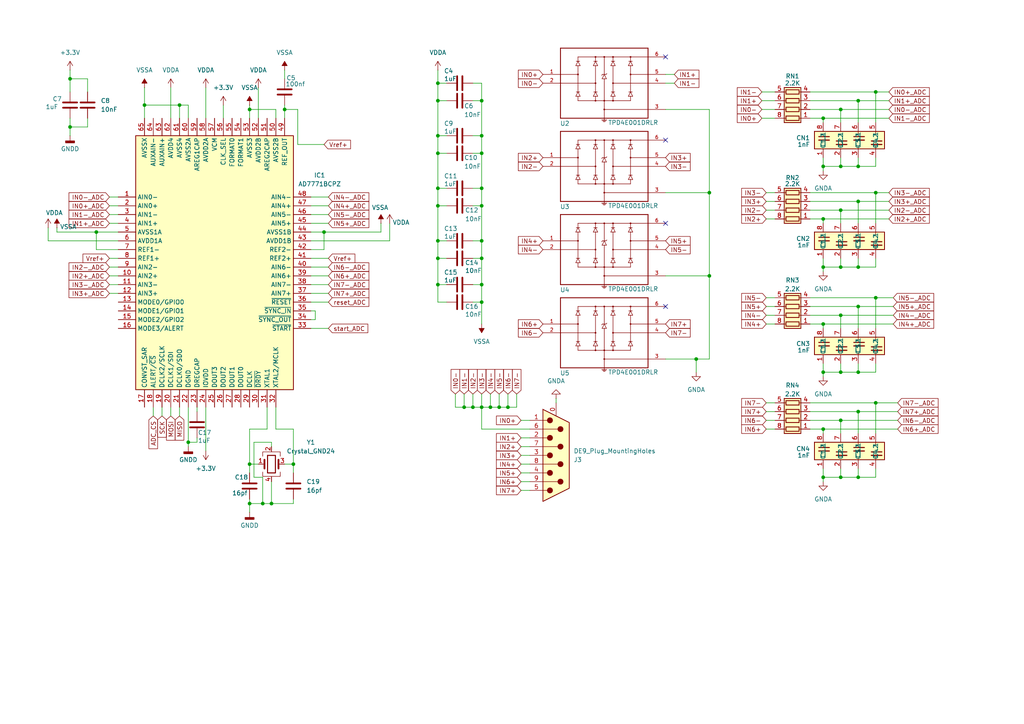
<source format=kicad_sch>
(kicad_sch (version 20250114) (generator "eeschema") (generator_version "9.0")
  (paper "A4")
  (junction (at 243.84 48.26))
  (junction (at 248.92 107.95))
  (junction (at 243.84 138.43))
  (junction (at 127 69.85))
  (junction (at 139.7 29.21))
  (junction (at 72.39 31.75))
  (junction (at 20.32 36.83))
  (junction (at 127 54.61))
  (junction (at 254 116.84))
  (junction (at 142.24 118.11))
  (junction (at 72.39 146.05))
  (junction (at 139.7 118.11))
  (junction (at 238.76 48.26))
  (junction (at 72.39 134.62))
  (junction (at 139.7 74.93))
  (junction (at 134.62 118.11))
  (junction (at 254 55.88))
  (junction (at 139.7 39.37))
  (junction (at 127 74.93))
  (junction (at 82.55 31.75))
  (junction (at 201.93 104.14))
  (junction (at 93.98 67.31))
  (junction (at 127 44.45))
  (junction (at 139.7 82.55))
  (junction (at 137.16 118.11))
  (junction (at 248.92 48.26))
  (junction (at 243.84 121.92))
  (junction (at 20.32 22.86))
  (junction (at 127 24.13))
  (junction (at 127 59.69))
  (junction (at 127 39.37))
  (junction (at 238.76 124.46))
  (junction (at 127 29.21))
  (junction (at 147.32 118.11))
  (junction (at 54.61 128.27))
  (junction (at 139.7 69.85))
  (junction (at 248.92 119.38))
  (junction (at 238.76 34.29))
  (junction (at 248.92 29.21))
  (junction (at 85.09 134.62))
  (junction (at 139.7 59.69))
  (junction (at 243.84 91.44))
  (junction (at 238.76 77.47))
  (junction (at 243.84 77.47))
  (junction (at 238.76 93.98))
  (junction (at 248.92 77.47))
  (junction (at 52.07 30.48))
  (junction (at 127 82.55))
  (junction (at 76.2 146.05))
  (junction (at 243.84 31.75))
  (junction (at 139.7 54.61))
  (junction (at 248.92 138.43))
  (junction (at 243.84 107.95))
  (junction (at 205.74 55.88))
  (junction (at 205.74 80.01))
  (junction (at 238.76 138.43))
  (junction (at 238.76 107.95))
  (junction (at 78.74 146.05))
  (junction (at 27.94 67.31))
  (junction (at 248.92 88.9))
  (junction (at 139.7 44.45))
  (junction (at 254 26.67))
  (junction (at 41.91 30.48))
  (junction (at 243.84 60.96))
  (junction (at 238.76 63.5))
  (junction (at 144.78 118.11))
  (junction (at 139.7 87.63))
  (junction (at 254 86.36))
  (junction (at 248.92 58.42))
  (no_connect (at 193.04 40.64))
  (no_connect (at 193.04 88.9))
  (no_connect (at 193.04 64.77))
  (no_connect (at 193.04 16.51))
  (wire (pts (xy 82.55 31.75) (xy 86.36 31.75)))
  (wire (pts (xy 139.7 69.85) (xy 139.7 74.93)))
  (wire (pts (xy 31.75 64.77) (xy 34.29 64.77)))
  (wire (pts (xy 85.09 124.46) (xy 85.09 134.62)))
  (wire (pts (xy 25.4 34.29) (xy 25.4 36.83)))
  (wire (pts (xy 238.76 74.93) (xy 238.76 77.47)))
  (wire (pts (xy 90.17 90.17) (xy 91.44 90.17)))
  (wire (pts (xy 248.92 119.38) (xy 260.35 119.38)))
  (wire (pts (xy 25.4 22.86) (xy 20.32 22.86)))
  (wire (pts (xy 13.97 69.85) (xy 13.97 66.04)))
  (wire (pts (xy 243.84 74.93) (xy 243.84 77.47)))
  (wire (pts (xy 254 45.72) (xy 254 48.26)))
  (wire (pts (xy 90.17 62.23) (xy 95.25 62.23)))
  (wire (pts (xy 254 26.67) (xy 257.81 26.67)))
  (wire (pts (xy 193.04 104.14) (xy 201.93 104.14)))
  (wire (pts (xy 139.7 39.37) (xy 139.7 44.45)))
  (wire (pts (xy 77.47 118.11) (xy 77.47 124.46)))
  (wire (pts (xy 27.94 72.39) (xy 27.94 67.31)))
  (wire (pts (xy 76.2 146.05) (xy 76.2 138.43)))
  (wire (pts (xy 205.74 31.75) (xy 205.74 55.88)))
  (wire (pts (xy 248.92 48.26) (xy 243.84 48.26)))
  (wire (pts (xy 254 77.47) (xy 248.92 77.47)))
  (wire (pts (xy 248.92 77.47) (xy 243.84 77.47)))
  (wire (pts (xy 46.99 118.11) (xy 46.99 120.65)))
  (wire (pts (xy 222.25 58.42) (xy 224.79 58.42)))
  (wire (pts (xy 220.98 34.29) (xy 224.79 34.29)))
  (wire (pts (xy 20.32 36.83) (xy 25.4 36.83)))
  (wire (pts (xy 151.13 137.16) (xy 153.67 137.16)))
  (wire (pts (xy 254 86.36) (xy 259.08 86.36)))
  (wire (pts (xy 20.32 36.83) (xy 20.32 39.37)))
  (wire (pts (xy 31.75 59.69) (xy 34.29 59.69)))
  (wire (pts (xy 193.04 55.88) (xy 205.74 55.88)))
  (wire (pts (xy 254 138.43) (xy 248.92 138.43)))
  (wire (pts (xy 16.51 67.31) (xy 16.51 66.04)))
  (wire (pts (xy 248.92 138.43) (xy 243.84 138.43)))
  (wire (pts (xy 110.49 67.31) (xy 93.98 67.31)))
  (wire (pts (xy 73.66 128.27) (xy 73.66 138.43)))
  (wire (pts (xy 90.17 92.71) (xy 91.44 92.71)))
  (wire (pts (xy 205.74 104.14) (xy 201.93 104.14)))
  (wire (pts (xy 248.92 135.89) (xy 248.92 138.43)))
  (wire (pts (xy 151.13 134.62) (xy 153.67 134.62)))
  (wire (pts (xy 72.39 30.48) (xy 72.39 31.75)))
  (wire (pts (xy 31.75 62.23) (xy 34.29 62.23)))
  (wire (pts (xy 243.84 138.43) (xy 238.76 138.43)))
  (wire (pts (xy 31.75 85.09) (xy 34.29 85.09)))
  (wire (pts (xy 127 39.37) (xy 127 44.45)))
  (wire (pts (xy 90.17 85.09) (xy 95.25 85.09)))
  (wire (pts (xy 90.17 59.69) (xy 95.25 59.69)))
  (wire (pts (xy 72.39 144.78) (xy 72.39 146.05)))
  (wire (pts (xy 238.76 34.29) (xy 238.76 35.56)))
  (wire (pts (xy 90.17 95.25) (xy 95.25 95.25)))
  (wire (pts (xy 90.17 80.01) (xy 95.25 80.01)))
  (wire (pts (xy 54.61 118.11) (xy 54.61 128.27)))
  (wire (pts (xy 127 74.93) (xy 129.54 74.93)))
  (wire (pts (xy 248.92 88.9) (xy 248.92 95.25)))
  (wire (pts (xy 243.84 31.75) (xy 257.81 31.75)))
  (wire (pts (xy 127 69.85) (xy 129.54 69.85)))
  (wire (pts (xy 90.17 64.77) (xy 95.25 64.77)))
  (wire (pts (xy 82.55 20.32) (xy 82.55 22.86)))
  (wire (pts (xy 49.53 25.4) (xy 49.53 34.29)))
  (wire (pts (xy 248.92 88.9) (xy 259.08 88.9)))
  (wire (pts (xy 127 69.85) (xy 127 74.93)))
  (wire (pts (xy 243.84 107.95) (xy 238.76 107.95)))
  (wire (pts (xy 85.09 134.62) (xy 85.09 137.16)))
  (wire (pts (xy 127 87.63) (xy 129.54 87.63)))
  (wire (pts (xy 238.76 135.89) (xy 238.76 138.43)))
  (wire (pts (xy 222.25 86.36) (xy 224.79 86.36)))
  (wire (pts (xy 139.7 124.46) (xy 139.7 118.11)))
  (wire (pts (xy 52.07 30.48) (xy 41.91 30.48)))
  (wire (pts (xy 234.95 88.9) (xy 248.92 88.9)))
  (wire (pts (xy 193.04 21.59) (xy 195.58 21.59)))
  (wire (pts (xy 139.7 114.3) (xy 139.7 118.11)))
  (wire (pts (xy 31.75 77.47) (xy 34.29 77.47)))
  (wire (pts (xy 44.45 118.11) (xy 44.45 120.65)))
  (wire (pts (xy 93.98 67.31) (xy 90.17 67.31)))
  (wire (pts (xy 137.16 29.21) (xy 139.7 29.21)))
  (wire (pts (xy 151.13 132.08) (xy 153.67 132.08)))
  (wire (pts (xy 73.66 128.27) (xy 78.74 128.27)))
  (wire (pts (xy 90.17 74.93) (xy 95.25 74.93)))
  (wire (pts (xy 132.08 114.3) (xy 132.08 118.11)))
  (wire (pts (xy 34.29 72.39) (xy 27.94 72.39)))
  (wire (pts (xy 82.55 30.48) (xy 82.55 31.75)))
  (wire (pts (xy 254 135.89) (xy 254 138.43)))
  (wire (pts (xy 139.7 74.93) (xy 139.7 82.55)))
  (wire (pts (xy 248.92 107.95) (xy 243.84 107.95)))
  (wire (pts (xy 137.16 69.85) (xy 139.7 69.85)))
  (wire (pts (xy 238.76 93.98) (xy 259.08 93.98)))
  (wire (pts (xy 222.25 55.88) (xy 224.79 55.88)))
  (wire (pts (xy 72.39 146.05) (xy 76.2 146.05)))
  (wire (pts (xy 91.44 92.71) (xy 91.44 90.17)))
  (wire (pts (xy 234.95 60.96) (xy 243.84 60.96)))
  (wire (pts (xy 144.78 118.11) (xy 147.32 118.11)))
  (wire (pts (xy 72.39 146.05) (xy 72.39 148.59)))
  (wire (pts (xy 147.32 114.3) (xy 147.32 118.11)))
  (wire (pts (xy 254 116.84) (xy 254 125.73)))
  (wire (pts (xy 127 29.21) (xy 127 39.37)))
  (wire (pts (xy 113.03 69.85) (xy 113.03 64.77)))
  (wire (pts (xy 222.25 88.9) (xy 224.79 88.9)))
  (wire (pts (xy 90.17 72.39) (xy 93.98 72.39)))
  (wire (pts (xy 248.92 58.42) (xy 257.81 58.42)))
  (wire (pts (xy 222.25 93.98) (xy 224.79 93.98)))
  (wire (pts (xy 222.25 60.96) (xy 224.79 60.96)))
  (wire (pts (xy 222.25 119.38) (xy 224.79 119.38)))
  (wire (pts (xy 139.7 87.63) (xy 137.16 87.63)))
  (wire (pts (xy 243.84 91.44) (xy 243.84 95.25)))
  (wire (pts (xy 139.7 118.11) (xy 142.24 118.11)))
  (wire (pts (xy 234.95 124.46) (xy 238.76 124.46)))
  (wire (pts (xy 59.69 25.4) (xy 59.69 34.29)))
  (wire (pts (xy 222.25 116.84) (xy 224.79 116.84)))
  (wire (pts (xy 243.84 31.75) (xy 243.84 35.56)))
  (wire (pts (xy 248.92 119.38) (xy 248.92 125.73)))
  (wire (pts (xy 78.74 139.7) (xy 78.74 146.05)))
  (wire (pts (xy 77.47 124.46) (xy 72.39 124.46)))
  (wire (pts (xy 234.95 31.75) (xy 243.84 31.75)))
  (wire (pts (xy 127 24.13) (xy 127 29.21)))
  (wire (pts (xy 52.07 118.11) (xy 52.07 120.65)))
  (wire (pts (xy 205.74 55.88) (xy 205.74 80.01)))
  (wire (pts (xy 85.09 144.78) (xy 85.09 146.05)))
  (wire (pts (xy 254 55.88) (xy 254 64.77)))
  (wire (pts (xy 151.13 121.92) (xy 153.67 121.92)))
  (wire (pts (xy 254 107.95) (xy 248.92 107.95)))
  (wire (pts (xy 222.25 124.46) (xy 224.79 124.46)))
  (wire (pts (xy 127 29.21) (xy 129.54 29.21)))
  (wire (pts (xy 238.76 63.5) (xy 238.76 64.77)))
  (wire (pts (xy 238.76 48.26) (xy 238.76 49.53)))
  (wire (pts (xy 243.84 121.92) (xy 260.35 121.92)))
  (wire (pts (xy 137.16 24.13) (xy 139.7 24.13)))
  (wire (pts (xy 78.74 128.27) (xy 78.74 129.54)))
  (wire (pts (xy 139.7 82.55) (xy 139.7 87.63)))
  (wire (pts (xy 254 26.67) (xy 254 35.56)))
  (wire (pts (xy 254 86.36) (xy 254 95.25)))
  (wire (pts (xy 54.61 34.29) (xy 54.61 30.48)))
  (wire (pts (xy 234.95 86.36) (xy 254 86.36)))
  (wire (pts (xy 95.25 87.63) (xy 90.17 87.63)))
  (wire (pts (xy 127 54.61) (xy 129.54 54.61)))
  (wire (pts (xy 31.75 57.15) (xy 34.29 57.15)))
  (wire (pts (xy 222.25 91.44) (xy 224.79 91.44)))
  (wire (pts (xy 254 116.84) (xy 260.35 116.84)))
  (wire (pts (xy 137.16 39.37) (xy 139.7 39.37)))
  (wire (pts (xy 31.75 80.01) (xy 34.29 80.01)))
  (wire (pts (xy 25.4 26.67) (xy 25.4 22.86)))
  (wire (pts (xy 243.84 48.26) (xy 238.76 48.26)))
  (wire (pts (xy 151.13 139.7) (xy 153.67 139.7)))
  (wire (pts (xy 144.78 114.3) (xy 144.78 118.11)))
  (wire (pts (xy 234.95 116.84) (xy 254 116.84)))
  (wire (pts (xy 31.75 82.55) (xy 34.29 82.55)))
  (wire (pts (xy 34.29 67.31) (xy 27.94 67.31)))
  (wire (pts (xy 59.69 118.11) (xy 59.69 130.81)))
  (wire (pts (xy 243.84 121.92) (xy 243.84 125.73)))
  (wire (pts (xy 90.17 77.47) (xy 95.25 77.47)))
  (wire (pts (xy 16.51 67.31) (xy 27.94 67.31)))
  (wire (pts (xy 139.7 74.93) (xy 137.16 74.93)))
  (wire (pts (xy 248.92 58.42) (xy 248.92 64.77)))
  (wire (pts (xy 254 55.88) (xy 257.81 55.88)))
  (wire (pts (xy 254 48.26) (xy 248.92 48.26)))
  (wire (pts (xy 238.76 107.95) (xy 238.76 109.22)))
  (wire (pts (xy 139.7 24.13) (xy 139.7 29.21)))
  (wire (pts (xy 31.75 74.93) (xy 34.29 74.93)))
  (wire (pts (xy 193.04 24.13) (xy 195.58 24.13)))
  (wire (pts (xy 201.93 104.14) (xy 201.93 107.95)))
  (wire (pts (xy 139.7 87.63) (xy 139.7 93.98)))
  (wire (pts (xy 238.76 93.98) (xy 238.76 95.25)))
  (wire (pts (xy 80.01 118.11) (xy 80.01 124.46)))
  (wire (pts (xy 41.91 30.48) (xy 41.91 34.29)))
  (wire (pts (xy 248.92 105.41) (xy 248.92 107.95)))
  (wire (pts (xy 54.61 128.27) (xy 54.61 129.54)))
  (wire (pts (xy 193.04 80.01) (xy 205.74 80.01)))
  (wire (pts (xy 127 39.37) (xy 129.54 39.37)))
  (wire (pts (xy 127 82.55) (xy 129.54 82.55)))
  (wire (pts (xy 134.62 114.3) (xy 134.62 118.11)))
  (wire (pts (xy 54.61 30.48) (xy 52.07 30.48)))
  (wire (pts (xy 52.07 34.29) (xy 52.07 30.48)))
  (wire (pts (xy 234.95 93.98) (xy 238.76 93.98)))
  (wire (pts (xy 243.84 60.96) (xy 257.81 60.96)))
  (wire (pts (xy 49.53 118.11) (xy 49.53 120.65)))
  (wire (pts (xy 254 105.41) (xy 254 107.95)))
  (wire (pts (xy 234.95 91.44) (xy 243.84 91.44)))
  (wire (pts (xy 127 20.32) (xy 127 24.13)))
  (wire (pts (xy 86.36 41.91) (xy 86.36 31.75)))
  (wire (pts (xy 139.7 124.46) (xy 153.67 124.46)))
  (wire (pts (xy 248.92 45.72) (xy 248.92 48.26)))
  (wire (pts (xy 82.55 31.75) (xy 82.55 34.29)))
  (wire (pts (xy 149.86 114.3) (xy 149.86 118.11)))
  (wire (pts (xy 80.01 124.46) (xy 85.09 124.46)))
  (wire (pts (xy 78.74 146.05) (xy 85.09 146.05)))
  (wire (pts (xy 127 54.61) (xy 127 59.69)))
  (wire (pts (xy 161.29 116.84) (xy 161.29 115.57)))
  (wire (pts (xy 137.16 118.11) (xy 139.7 118.11)))
  (wire (pts (xy 238.76 138.43) (xy 238.76 139.7)))
  (wire (pts (xy 238.76 77.47) (xy 238.76 78.74)))
  (wire (pts (xy 234.95 26.67) (xy 254 26.67)))
  (wire (pts (xy 234.95 29.21) (xy 248.92 29.21)))
  (wire (pts (xy 139.7 44.45) (xy 139.7 54.61)))
  (wire (pts (xy 41.91 25.4) (xy 41.91 30.48)))
  (wire (pts (xy 20.32 20.32) (xy 20.32 22.86)))
  (wire (pts (xy 82.55 134.62) (xy 85.09 134.62)))
  (wire (pts (xy 238.76 124.46) (xy 260.35 124.46)))
  (wire (pts (xy 93.98 72.39) (xy 93.98 67.31)))
  (wire (pts (xy 137.16 59.69) (xy 139.7 59.69)))
  (wire (pts (xy 243.84 77.47) (xy 238.76 77.47)))
  (wire (pts (xy 151.13 127) (xy 153.67 127)))
  (wire (pts (xy 80.01 31.75) (xy 72.39 31.75)))
  (wire (pts (xy 20.32 22.86) (xy 20.32 26.67)))
  (wire (pts (xy 147.32 118.11) (xy 149.86 118.11)))
  (wire (pts (xy 127 44.45) (xy 129.54 44.45)))
  (wire (pts (xy 90.17 69.85) (xy 113.03 69.85)))
  (wire (pts (xy 220.98 26.67) (xy 224.79 26.67)))
  (wire (pts (xy 220.98 31.75) (xy 224.79 31.75)))
  (wire (pts (xy 142.24 118.11) (xy 144.78 118.11)))
  (wire (pts (xy 34.29 69.85) (xy 13.97 69.85)))
  (wire (pts (xy 248.92 29.21) (xy 248.92 35.56)))
  (wire (pts (xy 139.7 29.21) (xy 139.7 39.37)))
  (wire (pts (xy 80.01 34.29) (xy 80.01 31.75)))
  (wire (pts (xy 127 44.45) (xy 127 54.61)))
  (wire (pts (xy 137.16 114.3) (xy 137.16 118.11)))
  (wire (pts (xy 72.39 134.62) (xy 74.93 134.62)))
  (wire (pts (xy 193.04 31.75) (xy 205.74 31.75)))
  (wire (pts (xy 238.76 34.29) (xy 257.81 34.29)))
  (wire (pts (xy 76.2 138.43) (xy 73.66 138.43)))
  (wire (pts (xy 132.08 118.11) (xy 134.62 118.11)))
  (wire (pts (xy 243.84 105.41) (xy 243.84 107.95)))
  (wire (pts (xy 127 24.13) (xy 129.54 24.13)))
  (wire (pts (xy 57.15 128.27) (xy 54.61 128.27)))
  (wire (pts (xy 205.74 80.01) (xy 205.74 104.14)))
  (wire (pts (xy 64.77 30.48) (xy 64.77 34.29)))
  (wire (pts (xy 238.76 63.5) (xy 257.81 63.5)))
  (wire (pts (xy 137.16 44.45) (xy 139.7 44.45)))
  (wire (pts (xy 93.98 41.91) (xy 86.36 41.91)))
  (wire (pts (xy 139.7 59.69) (xy 139.7 69.85)))
  (wire (pts (xy 151.13 142.24) (xy 153.67 142.24)))
  (wire (pts (xy 20.32 34.29) (xy 20.32 36.83)))
  (wire (pts (xy 72.39 31.75) (xy 72.39 34.29)))
  (wire (pts (xy 222.25 121.92) (xy 224.79 121.92)))
  (wire (pts (xy 127 74.93) (xy 127 82.55)))
  (wire (pts (xy 72.39 134.62) (xy 72.39 137.16)))
  (wire (pts (xy 134.62 118.11) (xy 137.16 118.11)))
  (wire (pts (xy 234.95 121.92) (xy 243.84 121.92)))
  (wire (pts (xy 243.84 135.89) (xy 243.84 138.43)))
  (wire (pts (xy 137.16 82.55) (xy 139.7 82.55)))
  (wire (pts (xy 137.16 54.61) (xy 139.7 54.61)))
  (wire (pts (xy 234.95 119.38) (xy 248.92 119.38)))
  (wire (pts (xy 74.93 25.4) (xy 74.93 34.29)))
  (wire (pts (xy 57.15 118.11) (xy 57.15 119.38)))
  (wire (pts (xy 243.84 91.44) (xy 259.08 91.44)))
  (wire (pts (xy 238.76 124.46) (xy 238.76 125.73)))
  (wire (pts (xy 72.39 124.46) (xy 72.39 134.62)))
  (wire (pts (xy 142.24 114.3) (xy 142.24 118.11)))
  (wire (pts (xy 248.92 74.93) (xy 248.92 77.47)))
  (wire (pts (xy 254 74.93) (xy 254 77.47)))
  (wire (pts (xy 234.95 63.5) (xy 238.76 63.5)))
  (wire (pts (xy 248.92 29.21) (xy 257.81 29.21)))
  (wire (pts (xy 151.13 129.54) (xy 153.67 129.54)))
  (wire (pts (xy 234.95 55.88) (xy 254 55.88)))
  (wire (pts (xy 234.95 34.29) (xy 238.76 34.29)))
  (wire (pts (xy 238.76 45.72) (xy 238.76 48.26)))
  (wire (pts (xy 110.49 64.77) (xy 110.49 67.31)))
  (wire (pts (xy 222.25 63.5) (xy 224.79 63.5)))
  (wire (pts (xy 127 82.55) (xy 127 87.63)))
  (wire (pts (xy 220.98 29.21) (xy 224.79 29.21)))
  (wire (pts (xy 127 59.69) (xy 127 69.85)))
  (wire (pts (xy 90.17 82.55) (xy 95.25 82.55)))
  (wire (pts (xy 57.15 127) (xy 57.15 128.27)))
  (wire (pts (xy 76.2 146.05) (xy 78.74 146.05)))
  (wire (pts (xy 90.17 57.15) (xy 95.25 57.15)))
  (wire (pts (xy 243.84 45.72) (xy 243.84 48.26)))
  (wire (pts (xy 243.84 60.96) (xy 243.84 64.77)))
  (wire (pts (xy 127 59.69) (xy 129.54 59.69)))
  (wire (pts (xy 139.7 54.61) (xy 139.7 59.69)))
  (wire (pts (xy 238.76 105.41) (xy 238.76 107.95)))
  (wire (pts (xy 234.95 58.42) (xy 248.92 58.42)))
  (global_label "IN6+" (shape input) (at 157.48 93.98 180) (property "Intersheetrefs" "${INTERSHEET_REFS}" (effects (hide yes))))
  (global_label "IN0-" (shape input) (at 220.98 31.75 180) (property "Intersheetrefs" "${INTERSHEET_REFS}" (effects (hide yes))))
  (global_label "IN0-_ADC" (shape input) (at 31.75 57.15 180) (property "Intersheetrefs" "${INTERSHEET_REFS}" (effects (hide yes))))
  (global_label "IN4+" (shape input) (at 157.48 69.85 180) (property "Intersheetrefs" "${INTERSHEET_REFS}" (effects (hide yes))))
  (global_label "IN7-_ADC" (shape input) (at 95.25 82.55 0) (property "Intersheetrefs" "${INTERSHEET_REFS}" (effects (hide yes))))
  (global_label "IN4-" (shape input) (at 142.24 114.3 90) (property "Intersheetrefs" "${INTERSHEET_REFS}" (effects (hide yes))))
  (global_label "IN0+" (shape input) (at 151.13 121.92 180) (property "Intersheetrefs" "${INTERSHEET_REFS}" (effects (hide yes))))
  (global_label "IN2+_ADC" (shape input) (at 31.75 80.01 180) (property "Intersheetrefs" "${INTERSHEET_REFS}" (effects (hide yes))))
  (global_label "IN4-" (shape input) (at 222.25 91.44 180) (property "Intersheetrefs" "${INTERSHEET_REFS}" (effects (hide yes))))
  (global_label "IN4+_ADC" (shape input) (at 259.08 93.98 0) (property "Intersheetrefs" "${INTERSHEET_REFS}" (effects (hide yes))))
  (global_label "IN5-" (shape input) (at 144.78 114.3 90) (property "Intersheetrefs" "${INTERSHEET_REFS}" (effects (hide yes))))
  (global_label "IN7+_ADC" (shape input) (at 95.25 85.09 0) (property "Intersheetrefs" "${INTERSHEET_REFS}" (effects (hide yes))))
  (global_label "IN2-_ADC" (shape input) (at 257.81 60.96 0) (property "Intersheetrefs" "${INTERSHEET_REFS}" (effects (hide yes))))
  (global_label "IN7-_ADC" (shape input) (at 260.35 116.84 0) (property "Intersheetrefs" "${INTERSHEET_REFS}" (effects (hide yes))))
  (global_label "IN2+_ADC" (shape input) (at 257.81 63.5 0) (property "Intersheetrefs" "${INTERSHEET_REFS}" (effects (hide yes))))
  (global_label "IN4-" (shape input) (at 157.48 72.39 180) (property "Intersheetrefs" "${INTERSHEET_REFS}" (effects (hide yes))))
  (global_label "IN0-_ADC" (shape input) (at 257.81 31.75 0) (property "Intersheetrefs" "${INTERSHEET_REFS}" (effects (hide yes))))
  (global_label "IN6-" (shape input) (at 147.32 114.3 90) (property "Intersheetrefs" "${INTERSHEET_REFS}" (effects (hide yes))))
  (global_label "IN4+_ADC" (shape input) (at 95.25 59.69 0) (property "Intersheetrefs" "${INTERSHEET_REFS}" (effects (hide yes))))
  (global_label "SCK" (shape input) (at 46.99 120.65 270) (property "Intersheetrefs" "${INTERSHEET_REFS}" (effects (hide yes))))
  (global_label "IN2+" (shape input) (at 151.13 129.54 180) (property "Intersheetrefs" "${INTERSHEET_REFS}" (effects (hide yes))))
  (global_label "IN6-" (shape input) (at 157.48 96.52 180) (property "Intersheetrefs" "${INTERSHEET_REFS}" (effects (hide yes))))
  (global_label "IN7-" (shape input) (at 222.25 116.84 180) (property "Intersheetrefs" "${INTERSHEET_REFS}" (effects (hide yes))))
  (global_label "IN7-" (shape input) (at 193.04 96.52 0) (property "Intersheetrefs" "${INTERSHEET_REFS}" (effects (hide yes))))
  (global_label "IN2-" (shape input) (at 222.25 60.96 180) (property "Intersheetrefs" "${INTERSHEET_REFS}" (effects (hide yes))))
  (global_label "IN5+_ADC" (shape input) (at 95.25 64.77 0) (property "Intersheetrefs" "${INTERSHEET_REFS}" (effects (hide yes))))
  (global_label "IN6-" (shape input) (at 222.25 121.92 180) (property "Intersheetrefs" "${INTERSHEET_REFS}" (effects (hide yes))))
  (global_label "IN7+_ADC" (shape input) (at 260.35 119.38 0) (property "Intersheetrefs" "${INTERSHEET_REFS}" (effects (hide yes))))
  (global_label "IN1+_ADC" (shape input) (at 257.81 29.21 0) (property "Intersheetrefs" "${INTERSHEET_REFS}" (effects (hide yes))))
  (global_label "IN5+" (shape input) (at 151.13 137.16 180) (property "Intersheetrefs" "${INTERSHEET_REFS}" (effects (hide yes))))
  (global_label "IN1-_ADC" (shape input) (at 31.75 62.23 180) (property "Intersheetrefs" "${INTERSHEET_REFS}" (effects (hide yes))))
  (global_label "ADC_CS" (shape input) (at 44.45 120.65 270) (property "Intersheetrefs" "${INTERSHEET_REFS}" (effects (hide yes))))
  (global_label "IN6+_ADC" (shape input) (at 260.35 124.46 0) (property "Intersheetrefs" "${INTERSHEET_REFS}" (effects (hide yes))))
  (global_label "Vref+" (shape input) (at 31.75 74.93 180) (property "Intersheetrefs" "${INTERSHEET_REFS}" (effects (hide yes))))
  (global_label "IN4+" (shape input) (at 151.13 134.62 180) (property "Intersheetrefs" "${INTERSHEET_REFS}" (effects (hide yes))))
  (global_label "IN1+_ADC" (shape input) (at 31.75 64.77 180) (property "Intersheetrefs" "${INTERSHEET_REFS}" (effects (hide yes))))
  (global_label "IN5-" (shape input) (at 193.04 72.39 0) (property "Intersheetrefs" "${INTERSHEET_REFS}" (effects (hide yes))))
  (global_label "IN3-" (shape input) (at 222.25 55.88 180) (property "Intersheetrefs" "${INTERSHEET_REFS}" (effects (hide yes))))
  (global_label "IN2+" (shape input) (at 157.48 45.72 180) (property "Intersheetrefs" "${INTERSHEET_REFS}" (effects (hide yes))))
  (global_label "IN5-_ADC" (shape input) (at 95.25 62.23 0) (property "Intersheetrefs" "${INTERSHEET_REFS}" (effects (hide yes))))
  (global_label "IN7+" (shape input) (at 222.25 119.38 180) (property "Intersheetrefs" "${INTERSHEET_REFS}" (effects (hide yes))))
  (global_label "IN3-_ADC" (shape input) (at 257.81 55.88 0) (property "Intersheetrefs" "${INTERSHEET_REFS}" (effects (hide yes))))
  (global_label "MOSI" (shape input) (at 49.53 120.65 270) (property "Intersheetrefs" "${INTERSHEET_REFS}" (effects (hide yes))))
  (global_label "start_ADC" (shape input) (at 95.25 95.25 0) (property "Intersheetrefs" "${INTERSHEET_REFS}" (effects (hide yes))))
  (global_label "IN4-_ADC" (shape input) (at 95.25 57.15 0) (property "Intersheetrefs" "${INTERSHEET_REFS}" (effects (hide yes))))
  (global_label "reset_ADC" (shape input) (at 95.25 87.63 0) (property "Intersheetrefs" "${INTERSHEET_REFS}" (effects (hide yes))))
  (global_label "IN6-_ADC" (shape input) (at 260.35 121.92 0) (property "Intersheetrefs" "${INTERSHEET_REFS}" (effects (hide yes))))
  (global_label "IN3+_ADC" (shape input) (at 31.75 85.09 180) (property "Intersheetrefs" "${INTERSHEET_REFS}" (effects (hide yes))))
  (global_label "IN3+" (shape input) (at 193.04 45.72 0) (property "Intersheetrefs" "${INTERSHEET_REFS}" (effects (hide yes))))
  (global_label "IN0-" (shape input) (at 132.08 114.3 90) (property "Intersheetrefs" "${INTERSHEET_REFS}" (effects (hide yes))))
  (global_label "IN2-" (shape input) (at 157.48 48.26 180) (property "Intersheetrefs" "${INTERSHEET_REFS}" (effects (hide yes))))
  (global_label "IN7+" (shape input) (at 151.13 142.24 180) (property "Intersheetrefs" "${INTERSHEET_REFS}" (effects (hide yes))))
  (global_label "IN4-_ADC" (shape input) (at 259.08 91.44 0) (property "Intersheetrefs" "${INTERSHEET_REFS}" (effects (hide yes))))
  (global_label "IN5-" (shape input) (at 222.25 86.36 180) (property "Intersheetrefs" "${INTERSHEET_REFS}" (effects (hide yes))))
  (global_label "IN3-" (shape input) (at 139.7 114.3 90) (property "Intersheetrefs" "${INTERSHEET_REFS}" (effects (hide yes))))
  (global_label "IN5+" (shape input) (at 193.04 69.85 0) (property "Intersheetrefs" "${INTERSHEET_REFS}" (effects (hide yes))))
  (global_label "IN0+_ADC" (shape input) (at 257.81 26.67 0) (property "Intersheetrefs" "${INTERSHEET_REFS}" (effects (hide yes))))
  (global_label "IN1-" (shape input) (at 134.62 114.3 90) (property "Intersheetrefs" "${INTERSHEET_REFS}" (effects (hide yes))))
  (global_label "IN5+" (shape input) (at 222.25 88.9 180) (property "Intersheetrefs" "${INTERSHEET_REFS}" (effects (hide yes))))
  (global_label "IN3+_ADC" (shape input) (at 257.81 58.42 0) (property "Intersheetrefs" "${INTERSHEET_REFS}" (effects (hide yes))))
  (global_label "IN2-_ADC" (shape input) (at 31.75 77.47 180) (property "Intersheetrefs" "${INTERSHEET_REFS}" (effects (hide yes))))
  (global_label "IN0+" (shape input) (at 157.48 21.59 180) (property "Intersheetrefs" "${INTERSHEET_REFS}" (effects (hide yes))))
  (global_label "IN3-_ADC" (shape input) (at 31.75 82.55 180) (property "Intersheetrefs" "${INTERSHEET_REFS}" (effects (hide yes))))
  (global_label "Vref+" (shape input) (at 93.98 41.91 0) (property "Intersheetrefs" "${INTERSHEET_REFS}" (effects (hide yes))))
  (global_label "IN6-_ADC" (shape input) (at 95.25 77.47 0) (property "Intersheetrefs" "${INTERSHEET_REFS}" (effects (hide yes))))
  (global_label "IN7-" (shape input) (at 149.86 114.3 90) (property "Intersheetrefs" "${INTERSHEET_REFS}" (effects (hide yes))))
  (global_label "Vref+" (shape input) (at 95.25 74.93 0) (property "Intersheetrefs" "${INTERSHEET_REFS}" (effects (hide yes))))
  (global_label "IN1+" (shape input) (at 220.98 29.21 180) (property "Intersheetrefs" "${INTERSHEET_REFS}" (effects (hide yes))))
  (global_label "IN6+_ADC" (shape input) (at 95.25 80.01 0) (property "Intersheetrefs" "${INTERSHEET_REFS}" (effects (hide yes))))
  (global_label "MISO" (shape input) (at 52.07 120.65 270) (property "Intersheetrefs" "${INTERSHEET_REFS}" (effects (hide yes))))
  (global_label "IN5-_ADC" (shape input) (at 259.08 86.36 0) (property "Intersheetrefs" "${INTERSHEET_REFS}" (effects (hide yes))))
  (global_label "IN3+" (shape input) (at 222.25 58.42 180) (property "Intersheetrefs" "${INTERSHEET_REFS}" (effects (hide yes))))
  (global_label "IN0-" (shape input) (at 157.48 24.13 180) (property "Intersheetrefs" "${INTERSHEET_REFS}" (effects (hide yes))))
  (global_label "IN4+" (shape input) (at 222.25 93.98 180) (property "Intersheetrefs" "${INTERSHEET_REFS}" (effects (hide yes))))
  (global_label "IN2-" (shape input) (at 137.16 114.3 90) (property "Intersheetrefs" "${INTERSHEET_REFS}" (effects (hide yes))))
  (global_label "IN1-" (shape input) (at 220.98 26.67 180) (property "Intersheetrefs" "${INTERSHEET_REFS}" (effects (hide yes))))
  (global_label "IN6+" (shape input) (at 222.25 124.46 180) (property "Intersheetrefs" "${INTERSHEET_REFS}" (effects (hide yes))))
  (global_label "IN0+" (shape input) (at 220.98 34.29 180) (property "Intersheetrefs" "${INTERSHEET_REFS}" (effects (hide yes))))
  (global_label "IN1+" (shape input) (at 195.58 21.59 0) (property "Intersheetrefs" "${INTERSHEET_REFS}" (effects (hide yes))))
  (global_label "IN2+" (shape input) (at 222.25 63.5 180) (property "Intersheetrefs" "${INTERSHEET_REFS}" (effects (hide yes))))
  (global_label "IN3-" (shape input) (at 193.04 48.26 0) (property "Intersheetrefs" "${INTERSHEET_REFS}" (effects (hide yes))))
  (global_label "IN5+_ADC" (shape input) (at 259.08 88.9 0) (property "Intersheetrefs" "${INTERSHEET_REFS}" (effects (hide yes))))
  (global_label "IN6+" (shape input) (at 151.13 139.7 180) (property "Intersheetrefs" "${INTERSHEET_REFS}" (effects (hide yes))))
  (global_label "IN3+" (shape input) (at 151.13 132.08 180) (property "Intersheetrefs" "${INTERSHEET_REFS}" (effects (hide yes))))
  (global_label "IN0+_ADC" (shape input) (at 31.75 59.69 180) (property "Intersheetrefs" "${INTERSHEET_REFS}" (effects (hide yes))))
  (global_label "IN1-_ADC" (shape input) (at 257.81 34.29 0) (property "Intersheetrefs" "${INTERSHEET_REFS}" (effects (hide yes))))
  (global_label "IN1-" (shape input) (at 195.58 24.13 0) (property "Intersheetrefs" "${INTERSHEET_REFS}" (effects (hide yes))))
  (global_label "IN7+" (shape input) (at 193.04 93.98 0) (property "Intersheetrefs" "${INTERSHEET_REFS}" (effects (hide yes))))
  (global_label "IN1+" (shape input) (at 151.13 127 180) (property "Intersheetrefs" "${INTERSHEET_REFS}" (effects (hide yes))))
  (symbol (lib_id "Device:C") (at 82.55 26.67 0) (unit 1)
    (property "Reference" "C5" (at 83.058 22.606 0) (effects (justify left)))
    (property "Value" "100nf" (at 82.804 24.384 0) (effects (justify left)))
    (property "Footprint" "Capacitor_SMD:C_0402_1005Metric_Pad0.74x0.62mm_HandSolder" (effects (hide yes)))
    (property "Description" "Unpolarized capacitor" (effects (hide yes)))
  )
  (symbol (lib_id "Device:R_Pack04") (at 229.87 58.42 90) (unit 1)
    (property "Reference" "RN2" (at 229.87 51.562 90))
    (property "Value" "2.2K" (at 229.87 53.34 90))
    (property "Footprint" "Resistor_SMD:R_Array_Concave_4x0603" (effects (hide yes)))
    (property "Description" "4 resistor network, parallel topology" (effects (hide yes)))
  )
  (symbol (lib_id "power:VDDA") (at 49.53 25.4 0) (mirror y) (unit 1)
    (property "Reference" "#PWR010" (effects (hide yes)))
    (property "Value" "VDDA" (at 49.53 20.32 0))
    (property "Description" "Power symbol creates a global label with name \"VDDA\"" (effects (hide yes)))
  )
  (symbol (lib_id "Device:R_Pack04") (at 229.87 119.38 90) (unit 1)
    (property "Reference" "RN4" (at 229.87 111.76 90))
    (property "Value" "2.2K" (at 229.87 114.3 90))
    (property "Footprint" "Resistor_SMD:R_Array_Concave_4x0603" (effects (hide yes)))
    (property "Description" "4 resistor network, parallel topology" (effects (hide yes)))
  )
  (symbol (lib_id "TPD4E001DRLR:TPD4E001DRLR") (at 175.26 72.39 0) (unit 1)
    (property "Reference" "U4" (at 163.83 84.074 0))
    (property "Value" "TPD4E001DRLR" (at 183.642 83.82 0))
    (property "Footprint" "Package_TO_SOT_SMD:Texas_R-PDSO-N6_DRL-6" (effects (hide yes)))
    (property "MF" "Texas Instruments" (effects (hide yes)))
    (property "MOUSER-PURCHASE-URL" "https://snapeda.com/shop?store=Mouser&id=184771" (effects (hide yes)))
    (property "DESCRIPTION" "Low-capacitance 4-channel +/-15-k-V ESD protection array for high-speed data interfaces 6-SOT-5X3 -40 to 85" (effects (hide yes)))
    (property "PACKAGE" "SOT-5X3-6 Texas Instruments" (effects (hide yes)))
    (property "PRICE" "None" (effects (hide yes)))
    (property "MP" "TPD4E001DRLR" (effects (hide yes)))
    (property "TEXAS_INSTRUMENTS-PURCHASE-URL" "https://snapeda.com/shop?store=Texas+Instruments&id=184771" (effects (hide yes)))
    (property "ARROW_ELECTRONICS-PURCHASE-URL" "https://snapeda.com/shop?store=Arrow+Electronics&id=184771" (effects (hide yes)))
    (property "AVAILABILITY" "Good" (effects (hide yes)))
    (property "DIGIKEY-PURCHASE-URL" "https://snapeda.com/shop?store=DigiKey&id=184771" (effects (hide yes)))
  )
  (symbol (lib_id "AD7771:AD7771BCPZ") (at 34.29 57.15 0) (unit 1)
    (property "Reference" "IC1" (at 92.71 50.8314 0))
    (property "Value" "AD7771BCPZ" (at 92.71 53.3714 0))
    (property "Footprint" "Package_DFN_QFN:QFN-64-1EP_9x9mm_P0.5mm_EP7.35x7.35mm" (effects (hide yes)))
    (property "Datasheet" "https://www.analog.com/AD7771/datasheet" (effects (hide yes)))
    (property "Description" "8-Channel, 24-Bit, 128 kSPS Simultaneous Sampling ADC" (effects (hide yes)))
    (property "Height" "0.8" (effects (hide yes)))
    (property "Manufacturer_Name" "Analog Devices" (effects (hide yes)))
    (property "Manufacturer_Part_Number" "AD7771BCPZ" (effects (hide yes)))
    (property "Mouser Part Number" "584-AD7771BCPZ" (effects (hide yes)))
    (property "Mouser Price/Stock" "https://www.mouser.co.uk/ProductDetail/Analog-Devices/AD7771BCPZ?qs=YCa%2FAAYMW01CHjjQWyVUVw%3D%3D" (effects (hide yes)))
    (property "Arrow Part Number" "AD7771BCPZ" (effects (hide yes)))
    (property "Arrow Price/Stock" "https://www.arrow.com/en/products/ad7771bcpz/analog-devices?region=nac" (effects (hide yes)))
  )
  (symbol (lib_id "Device:C_Network_4") (at 243.84 100.33 0) (unit 1)
    (property "Reference" "CN3" (at 234.95 99.6949 0) (effects (justify right)))
    (property "Value" "1nF" (at 234.95 101.6 0) (effects (justify right)))
    (property "Footprint" "Resistor_SMD:R_Array_Concave_4x0603" (effects (hide yes)))
  )
  (symbol (lib_id "Device:C") (at 20.32 30.48 0) (unit 1)
    (property "Reference" "C7" (at 15.24 28.702 0) (effects (justify left)))
    (property "Value" "1uF" (at 13.208 30.988 0) (effects (justify left)))
    (property "Footprint" "Capacitor_SMD:C_1210_3225Metric_Pad1.33x2.70mm_HandSolder" (effects (hide yes)))
    (property "Description" "Unpolarized capacitor" (effects (hide yes)))
  )
  (symbol (lib_id "power:VDDA") (at 113.03 64.77 0) (mirror y) (unit 1)
    (property "Reference" "#PWR019" (effects (hide yes)))
    (property "Value" "VDDA" (at 116.332 64.516 0))
    (property "Description" "Power symbol creates a global label with name \"VDDA\"" (effects (hide yes)))
  )
  (symbol (lib_id "TPD4E001DRLR:TPD4E001DRLR") (at 175.26 96.52 0) (unit 1)
    (property "Reference" "U5" (at 163.83 108.204 0))
    (property "Value" "TPD4E001DRLR" (at 183.642 107.95 0))
    (property "Footprint" "Package_TO_SOT_SMD:Texas_R-PDSO-N6_DRL-6" (effects (hide yes)))
    (property "MF" "Texas Instruments" (effects (hide yes)))
    (property "MOUSER-PURCHASE-URL" "https://snapeda.com/shop?store=Mouser&id=184771" (effects (hide yes)))
    (property "DESCRIPTION" "Low-capacitance 4-channel +/-15-k-V ESD protection array for high-speed data interfaces 6-SOT-5X3 -40 to 85" (effects (hide yes)))
    (property "PACKAGE" "SOT-5X3-6 Texas Instruments" (effects (hide yes)))
    (property "PRICE" "None" (effects (hide yes)))
    (property "MP" "TPD4E001DRLR" (effects (hide yes)))
    (property "TEXAS_INSTRUMENTS-PURCHASE-URL" "https://snapeda.com/shop?store=Texas+Instruments&id=184771" (effects (hide yes)))
    (property "ARROW_ELECTRONICS-PURCHASE-URL" "https://snapeda.com/shop?store=Arrow+Electronics&id=184771" (effects (hide yes)))
    (property "AVAILABILITY" "Good" (effects (hide yes)))
    (property "DIGIKEY-PURCHASE-URL" "https://snapeda.com/shop?store=DigiKey&id=184771" (effects (hide yes)))
  )
  (symbol (lib_id "Connector:DE9_Plug_MountingHoles") (at 161.29 132.08 0) (mirror x) (unit 1)
    (property "Reference" "J3" (at 166.37 133.3501 0) (effects (justify left)))
    (property "Value" "DE9_Plug_MountingHoles" (at 166.37 130.8101 0) (effects (justify left)))
    (property "Footprint" "Connector_Dsub:DSUB-9_Female_Horizontal_P2.77x2.84mm_EdgePinOffset4.94mm_Housed_MountingHolesOffset7.48mm" (effects (hide yes)))
    (property "Datasheet" " ~" (effects (hide yes)))
    (property "Description" "9-pin male plug pin D-SUB connector, Mounting Hole" (effects (hide yes)))
  )
  (symbol (lib_id "power:VSSA") (at 139.7 93.98 180) (unit 1)
    (property "Reference" "#PWR023" (effects (hide yes)))
    (property "Value" "VSSA" (at 139.7 99.06 0))
    (property "Description" "Power symbol creates a global label with name \"VSSA\"" (effects (hide yes)))
  )
  (symbol (lib_id "Device:C") (at 85.09 140.97 0) (unit 1)
    (property "Reference" "C19" (at 88.9 139.6999 0) (effects (justify left)))
    (property "Value" "16pf" (at 88.9 142.2399 0) (effects (justify left)))
    (property "Footprint" "Capacitor_SMD:C_0402_1005Metric_Pad0.74x0.62mm_HandSolder" (effects (hide yes)))
    (property "Description" "Unpolarized capacitor" (effects (hide yes)))
  )
  (symbol (lib_id "power:+3.3V") (at 64.77 30.48 0) (unit 1)
    (property "Reference" "#PWR013" (effects (hide yes)))
    (property "Value" "+3.3V" (at 64.77 25.4 0))
    (property "Description" "Power symbol creates a global label with name \"+3.3V\"" (effects (hide yes)))
  )
  (symbol (lib_id "Device:C_Network_4") (at 243.84 130.81 0) (unit 1)
    (property "Reference" "CN4" (at 234.95 130.1749 0) (effects (justify right)))
    (property "Value" "1nF" (at 234.95 132.08 0) (effects (justify right)))
    (property "Footprint" "Resistor_SMD:R_Array_Concave_4x0603" (effects (hide yes)))
  )
  (symbol (lib_id "Device:C") (at 133.35 69.85 270) (unit 1)
    (property "Reference" "C13" (at 128.778 66.294 90) (effects (justify left)))
    (property "Value" "1uF" (at 128.778 68.58 90) (effects (justify left)))
    (property "Footprint" "Capacitor_SMD:C_0603_1608Metric_Pad1.08x0.95mm_HandSolder" (effects (hide yes)))
    (property "Description" "Unpolarized capacitor" (effects (hide yes)))
  )
  (symbol (lib_id "Device:C") (at 133.35 39.37 270) (unit 1)
    (property "Reference" "C9" (at 128.778 35.814 90) (effects (justify left)))
    (property "Value" "1uF" (at 128.778 38.1 90) (effects (justify left)))
    (property "Footprint" "Capacitor_SMD:C_0603_1608Metric_Pad1.08x0.95mm_HandSolder" (effects (hide yes)))
    (property "Description" "Unpolarized capacitor" (effects (hide yes)))
  )
  (symbol (lib_id "Device:R_Pack04") (at 229.87 88.9 90) (unit 1)
    (property "Reference" "RN3" (at 229.87 81.28 90))
    (property "Value" "2.2K" (at 229.87 83.82 90))
    (property "Footprint" "Resistor_SMD:R_Array_Concave_4x0603" (effects (hide yes)))
    (property "Description" "4 resistor network, parallel topology" (effects (hide yes)))
  )
  (symbol (lib_id "power:VSSA") (at 82.55 20.32 0) (mirror y) (unit 1)
    (property "Reference" "#PWR07" (effects (hide yes)))
    (property "Value" "VSSA" (at 82.55 15.24 0))
    (property "Description" "Power symbol creates a global label with name \"VSSA\"" (effects (hide yes)))
  )
  (symbol (lib_id "power:+3.3V") (at 59.69 130.81 180) (unit 1)
    (property "Reference" "#PWR027" (effects (hide yes)))
    (property "Value" "+3.3V" (at 59.69 135.89 0))
    (property "Description" "Power symbol creates a global label with name \"+3.3V\"" (effects (hide yes)))
  )
  (symbol (lib_id "power:GNDA") (at 238.76 78.74 0) (unit 1)
    (property "Reference" "#PWR022" (effects (hide yes)))
    (property "Value" "GNDA" (at 238.76 83.82 0))
    (property "Description" "Power symbol creates a global label with name \"GNDA\" , analog ground" (effects (hide yes)))
  )
  (symbol (lib_id "power:VSSA") (at 110.49 64.77 0) (mirror y) (unit 1)
    (property "Reference" "#PWR018" (effects (hide yes)))
    (property "Value" "VSSA" (at 110.236 60.198 0))
    (property "Description" "Power symbol creates a global label with name \"VSSA\"" (effects (hide yes)))
  )
  (symbol (lib_id "Device:C_Network_4") (at 243.84 40.64 0) (unit 1)
    (property "Reference" "CN1" (at 234.95 40.0049 0) (effects (justify right)))
    (property "Value" "1nF" (at 234.95 41.91 0) (effects (justify right)))
    (property "Footprint" "Resistor_SMD:R_Array_Convex_4x0603" (effects (hide yes)))
  )
  (symbol (lib_id "power:GNDD") (at 20.32 39.37 0) (unit 1)
    (property "Reference" "#PWR016" (effects (hide yes)))
    (property "Value" "GNDD" (at 20.32 43.18 0))
    (property "Description" "Power symbol creates a global label with name \"GNDD\" , digital ground" (effects (hide yes)))
  )
  (symbol (lib_id "Device:C") (at 133.35 54.61 270) (unit 1)
    (property "Reference" "C11" (at 128.778 51.054 90) (effects (justify left)))
    (property "Value" "1uF" (at 128.778 53.34 90) (effects (justify left)))
    (property "Footprint" "Capacitor_SMD:C_0603_1608Metric_Pad1.08x0.95mm_HandSolder" (effects (hide yes)))
    (property "Description" "Unpolarized capacitor" (effects (hide yes)))
  )
  (symbol (lib_id "Device:R_Pack04") (at 229.87 29.21 90) (unit 1)
    (property "Reference" "RN1" (at 229.87 22.098 90))
    (property "Value" "2.2K" (at 229.87 24.13 90))
    (property "Footprint" "Resistor_SMD:R_Array_Concave_4x0603" (effects (hide yes)))
    (property "Description" "4 resistor network, parallel topology" (effects (hide yes)))
  )
  (symbol (lib_id "power:VSSA") (at 41.91 25.4 0) (mirror y) (unit 1)
    (property "Reference" "#PWR09" (effects (hide yes)))
    (property "Value" "VSSA" (at 41.91 20.32 0))
    (property "Description" "Power symbol creates a global label with name \"VSSA\"" (effects (hide yes)))
  )
  (symbol (lib_id "power:VDDA") (at 59.69 25.4 0) (mirror y) (unit 1)
    (property "Reference" "#PWR011" (effects (hide yes)))
    (property "Value" "VDDA" (at 59.69 20.32 0))
    (property "Description" "Power symbol creates a global label with name \"VDDA\"" (effects (hide yes)))
  )
  (symbol (lib_id "power:GNDA") (at 161.29 115.57 0) (mirror x) (unit 1)
    (property "Reference" "#PWR053" (effects (hide yes)))
    (property "Value" "GNDA" (at 161.29 110.49 0))
    (property "Description" "Power symbol creates a global label with name \"GNDA\" , analog ground" (effects (hide yes)))
  )
  (symbol (lib_id "TPD4E001DRLR:TPD4E001DRLR") (at 175.26 48.26 0) (unit 1)
    (property "Reference" "U3" (at 163.83 59.944 0))
    (property "Value" "TPD4E001DRLR" (at 183.642 59.69 0))
    (property "Footprint" "Package_TO_SOT_SMD:Texas_R-PDSO-N6_DRL-6" (effects (hide yes)))
    (property "MF" "Texas Instruments" (effects (hide yes)))
    (property "MOUSER-PURCHASE-URL" "https://snapeda.com/shop?store=Mouser&id=184771" (effects (hide yes)))
    (property "DESCRIPTION" "Low-capacitance 4-channel +/-15-k-V ESD protection array for high-speed data interfaces 6-SOT-5X3 -40 to 85" (effects (hide yes)))
    (property "PACKAGE" "SOT-5X3-6 Texas Instruments" (effects (hide yes)))
    (property "PRICE" "None" (effects (hide yes)))
    (property "MP" "TPD4E001DRLR" (effects (hide yes)))
    (property "TEXAS_INSTRUMENTS-PURCHASE-URL" "https://snapeda.com/shop?store=Texas+Instruments&id=184771" (effects (hide yes)))
    (property "ARROW_ELECTRONICS-PURCHASE-URL" "https://snapeda.com/shop?store=Arrow+Electronics&id=184771" (effects (hide yes)))
    (property "AVAILABILITY" "Good" (effects (hide yes)))
    (property "DIGIKEY-PURCHASE-URL" "https://snapeda.com/shop?store=DigiKey&id=184771" (effects (hide yes)))
  )
  (symbol (lib_id "Device:C") (at 57.15 123.19 0) (unit 1)
    (property "Reference" "C17" (at 57.404 125.476 0) (effects (justify left)))
    (property "Value" "1uF" (at 57.404 127.762 0) (effects (justify left)))
    (property "Footprint" "Capacitor_SMD:C_0603_1608Metric_Pad1.08x0.95mm_HandSolder" (effects (hide yes)))
    (property "Description" "Unpolarized capacitor" (effects (hide yes)))
  )
  (symbol (lib_id "power:GNDD") (at 54.61 129.54 0) (unit 1)
    (property "Reference" "#PWR026" (effects (hide yes)))
    (property "Value" "GNDD" (at 54.61 133.35 0))
    (property "Description" "Power symbol creates a global label with name \"GNDD\" , digital ground" (effects (hide yes)))
  )
  (symbol (lib_id "Device:C") (at 133.35 74.93 270) (unit 1)
    (property "Reference" "C14" (at 134.874 76.2 90) (effects (justify left)))
    (property "Value" "10nF" (at 134.874 78.486 90) (effects (justify left)))
    (property "Footprint" "Capacitor_SMD:C_0603_1608Metric_Pad1.08x0.95mm_HandSolder" (effects (hide yes)))
    (property "Description" "Unpolarized capacitor" (effects (hide yes)))
  )
  (symbol (lib_id "power:VDDA") (at 74.93 25.4 0) (mirror y) (unit 1)
    (property "Reference" "#PWR012" (effects (hide yes)))
    (property "Value" "VDDA" (at 74.93 20.32 0))
    (property "Description" "Power symbol creates a global label with name \"VDDA\"" (effects (hide yes)))
  )
  (symbol (lib_id "TPD4E001DRLR:TPD4E001DRLR") (at 175.26 24.13 0) (unit 1)
    (property "Reference" "U2" (at 163.83 35.814 0))
    (property "Value" "TPD4E001DRLR" (at 183.642 35.56 0))
    (property "Footprint" "Package_TO_SOT_SMD:Texas_R-PDSO-N6_DRL-6" (effects (hide yes)))
    (property "MF" "Texas Instruments" (effects (hide yes)))
    (property "MOUSER-PURCHASE-URL" "https://snapeda.com/shop?store=Mouser&id=184771" (effects (hide yes)))
    (property "DESCRIPTION" "Low-capacitance 4-channel +/-15-k-V ESD protection array for high-speed data interfaces 6-SOT-5X3 -40 to 85" (effects (hide yes)))
    (property "PACKAGE" "SOT-5X3-6 Texas Instruments" (effects (hide yes)))
    (property "PRICE" "None" (effects (hide yes)))
    (property "MP" "TPD4E001DRLR" (effects (hide yes)))
    (property "TEXAS_INSTRUMENTS-PURCHASE-URL" "https://snapeda.com/shop?store=Texas+Instruments&id=184771" (effects (hide yes)))
    (property "ARROW_ELECTRONICS-PURCHASE-URL" "https://snapeda.com/shop?store=Arrow+Electronics&id=184771" (effects (hide yes)))
    (property "AVAILABILITY" "Good" (effects (hide yes)))
    (property "DIGIKEY-PURCHASE-URL" "https://snapeda.com/shop?store=DigiKey&id=184771" (effects (hide yes)))
  )
  (symbol (lib_id "power:GNDA") (at 238.76 49.53 0) (unit 1)
    (property "Reference" "#PWR017" (effects (hide yes)))
    (property "Value" "GNDA" (at 238.76 54.61 0))
    (property "Description" "Power symbol creates a global label with name \"GNDA\" , analog ground" (effects (hide yes)))
  )
  (symbol (lib_id "Device:Crystal_GND24") (at 78.74 134.62 0) (unit 1)
    (property "Reference" "Y1" (at 90.17 128.3014 0))
    (property "Value" "Crystal_GND24" (at 90.17 130.8414 0))
    (property "Footprint" "Crystal:Crystal_SMD_SeikoEpson_FA238V-4Pin_3.2x2.5mm" (effects (hide yes)))
    (property "Description" "Four pin crystal, GND on pins 2 and 4" (effects (hide yes)))
  )
  (symbol (lib_id "power:VDDA") (at 13.97 66.04 0) (unit 1)
    (property "Reference" "#PWR020" (effects (hide yes)))
    (property "Value" "VDDA" (at 15.748 61.722 0))
    (property "Description" "Power symbol creates a global label with name \"VDDA\"" (effects (hide yes)))
  )
  (symbol (lib_id "power:VDDA") (at 127 20.32 0) (unit 1)
    (property "Reference" "#PWR08" (effects (hide yes)))
    (property "Value" "VDDA" (at 127 15.24 0))
    (property "Description" "Power symbol creates a global label with name \"VDDA\"" (effects (hide yes)))
  )
  (symbol (lib_id "Device:C") (at 133.35 29.21 270) (unit 1)
    (property "Reference" "C6" (at 134.62 30.734 90) (effects (justify left)))
    (property "Value" "10nF" (at 134.62 33.274 90) (effects (justify left)))
    (property "Footprint" "Capacitor_SMD:C_0603_1608Metric_Pad1.08x0.95mm_HandSolder" (effects (hide yes)))
    (property "Description" "Unpolarized capacitor" (effects (hide yes)))
  )
  (symbol (lib_id "Device:C") (at 25.4 30.48 0) (unit 1)
    (property "Reference" "C8" (at 29.21 29.2099 0) (effects (justify left)))
    (property "Value" "10nF" (at 29.21 31.7499 0) (effects (justify left)))
    (property "Footprint" "Capacitor_SMD:C_0603_1608Metric_Pad1.08x0.95mm_HandSolder" (effects (hide yes)))
    (property "Description" "Unpolarized capacitor" (effects (hide yes)))
  )
  (symbol (lib_id "power:GNDA") (at 201.93 107.95 0) (unit 1)
    (property "Reference" "#PWR024" (effects (hide yes)))
    (property "Value" "GNDA" (at 201.93 113.03 0))
    (property "Description" "Power symbol creates a global label with name \"GNDA\" , analog ground" (effects (hide yes)))
  )
  (symbol (lib_id "Device:C") (at 133.35 59.69 270) (unit 1)
    (property "Reference" "C12" (at 134.874 60.96 90) (effects (justify left)))
    (property "Value" "10nF" (at 134.874 63.5 90) (effects (justify left)))
    (property "Footprint" "Capacitor_SMD:C_0603_1608Metric_Pad1.08x0.95mm_HandSolder" (effects (hide yes)))
    (property "Description" "Unpolarized capacitor" (effects (hide yes)))
  )
  (symbol (lib_id "Device:C") (at 133.35 82.55 270) (unit 1)
    (property "Reference" "C15" (at 128.778 78.994 90) (effects (justify left)))
    (property "Value" "1uF" (at 128.778 81.28 90) (effects (justify left)))
    (property "Footprint" "Capacitor_SMD:C_0603_1608Metric_Pad1.08x0.95mm_HandSolder" (effects (hide yes)))
    (property "Description" "Unpolarized capacitor" (effects (hide yes)))
  )
  (symbol (lib_id "power:GNDA") (at 238.76 109.22 0) (unit 1)
    (property "Reference" "#PWR025" (effects (hide yes)))
    (property "Value" "GNDA" (at 238.76 114.3 0))
    (property "Description" "Power symbol creates a global label with name \"GNDA\" , analog ground" (effects (hide yes)))
  )
  (symbol (lib_id "Device:C") (at 133.35 24.13 270) (unit 1)
    (property "Reference" "C4" (at 128.778 20.574 90) (effects (justify left)))
    (property "Value" "1uF" (at 128.778 22.86 90) (effects (justify left)))
    (property "Footprint" "Capacitor_SMD:C_0603_1608Metric_Pad1.08x0.95mm_HandSolder" (effects (hide yes)))
    (property "Description" "Unpolarized capacitor" (effects (hide yes)))
  )
  (symbol (lib_id "power:GNDD") (at 72.39 148.59 0) (unit 1)
    (property "Reference" "#PWR029" (effects (hide yes)))
    (property "Value" "GNDD" (at 72.39 152.4 0))
    (property "Description" "Power symbol creates a global label with name \"GNDD\" , digital ground" (effects (hide yes)))
  )
  (symbol (lib_id "power:GNDA") (at 238.76 139.7 0) (unit 1)
    (property "Reference" "#PWR028" (effects (hide yes)))
    (property "Value" "GNDA" (at 238.76 144.78 0))
    (property "Description" "Power symbol creates a global label with name \"GNDA\" , analog ground" (effects (hide yes)))
  )
  (symbol (lib_id "Device:C") (at 133.35 44.45 270) (unit 1)
    (property "Reference" "C10" (at 134.62 45.72 90) (effects (justify left)))
    (property "Value" "10nF" (at 134.62 48.26 90) (effects (justify left)))
    (property "Footprint" "Capacitor_SMD:C_0603_1608Metric_Pad1.08x0.95mm_HandSolder" (effects (hide yes)))
    (property "Description" "Unpolarized capacitor" (effects (hide yes)))
  )
  (symbol (lib_id "Device:C") (at 133.35 87.63 270) (unit 1)
    (property "Reference" "C16" (at 134.874 88.9 90) (effects (justify left)))
    (property "Value" "10nF" (at 134.874 91.186 90) (effects (justify left)))
    (property "Footprint" "Capacitor_SMD:C_0603_1608Metric_Pad1.08x0.95mm_HandSolder" (effects (hide yes)))
    (property "Description" "Unpolarized capacitor" (effects (hide yes)))
  )
  (symbol (lib_id "Device:C_Network_4") (at 243.84 69.85 0) (unit 1)
    (property "Reference" "CN2" (at 234.95 69.2149 0) (effects (justify right)))
    (property "Value" "1nF" (at 234.95 71.12 0) (effects (justify right)))
    (property "Footprint" "Resistor_SMD:R_Array_Concave_4x0603" (effects (hide yes)))
  )
  (symbol (lib_id "Device:C") (at 72.39 140.97 0) (unit 1)
    (property "Reference" "C18" (at 68.072 138.43 0) (effects (justify left)))
    (property "Value" "16pf" (at 67.31 143.002 0) (effects (justify left)))
    (property "Footprint" "Capacitor_SMD:C_0402_1005Metric_Pad0.74x0.62mm_HandSolder" (effects (hide yes)))
    (property "Description" "Unpolarized capacitor" (effects (hide yes)))
  )
  (symbol (lib_id "power:+3.3V") (at 20.32 20.32 0) (unit 1)
    (property "Reference" "#PWR06" (effects (hide yes)))
    (property "Value" "+3.3V" (at 20.32 15.24 0))
    (property "Description" "Power symbol creates a global label with name \"+3.3V\"" (effects (hide yes)))
  )
  (symbol (lib_id "power:VSSA") (at 16.51 66.04 0) (unit 1)
    (property "Reference" "#PWR021" (effects (hide yes)))
    (property "Value" "VSSA" (at 19.812 65.786 0))
    (property "Description" "Power symbol creates a global label with name \"VSSA\"" (effects (hide yes)))
  )
  (symbol (lib_id "power:VSSA") (at 72.39 30.48 0) (mirror y) (unit 1)
    (property "Reference" "#PWR014" (effects (hide yes)))
    (property "Value" "VSSA" (at 72.39 25.4 0))
    (property "Description" "Power symbol creates a global label with name \"VSSA\"" (effects (hide yes)))
  )
)
</source>
